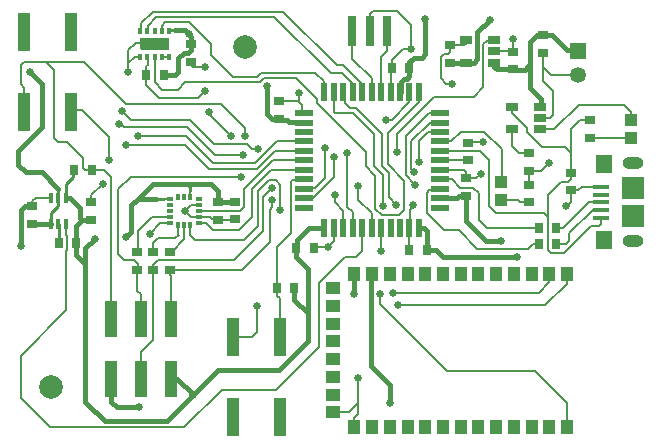
<source format=gtl>
G04*
G04 #@! TF.GenerationSoftware,Altium Limited,Altium Designer,19.1.5 (86)*
G04*
G04 Layer_Physical_Order=1*
G04 Layer_Color=255*
%FSLAX44Y44*%
%MOMM*%
G71*
G01*
G75*
%ADD10C,0.2540*%
%ADD13C,0.3810*%
%ADD18R,0.8000X2.6000*%
%ADD19R,0.4000X0.6000*%
%ADD20R,2.4130X0.8800*%
%ADD21R,0.7000X0.9000*%
%ADD22R,0.9000X0.7000*%
%ADD23R,0.3000X0.6000*%
%ADD24R,0.6000X0.3000*%
%ADD25R,1.0000X3.1500*%
%ADD26R,1.0000X0.7000*%
%ADD27R,1.3000X1.0000*%
%ADD28R,1.0000X1.3000*%
%ADD29R,0.3500X0.8500*%
%ADD30R,1.0000X3.2000*%
G04:AMPARAMS|DCode=31|XSize=0.95mm|YSize=0.95mm|CornerRadius=0mm|HoleSize=0mm|Usage=FLASHONLY|Rotation=90.000|XOffset=0mm|YOffset=0mm|HoleType=Round|Shape=RoundedRectangle|*
%AMROUNDEDRECTD31*
21,1,0.9500,0.9500,0,0,90.0*
21,1,0.9500,0.9500,0,0,90.0*
1,1,0.0000,0.4750,0.4750*
1,1,0.0000,0.4750,-0.4750*
1,1,0.0000,-0.4750,-0.4750*
1,1,0.0000,-0.4750,0.4750*
%
%ADD31ROUNDEDRECTD31*%
%ADD32R,1.5000X0.6000*%
%ADD33R,0.6000X1.5000*%
%ADD34R,1.1000X0.6500*%
%ADD35R,1.9000X1.9000*%
%ADD36R,1.4000X1.6000*%
%ADD37R,1.3500X0.4000*%
%ADD62C,0.2032*%
%ADD63C,2.0015*%
%ADD64C,1.3500*%
%ADD65R,1.3500X1.3500*%
%ADD66O,1.8000X1.0000*%
%ADD67C,0.6350*%
G36*
X139316Y-38758D02*
X117016D01*
X114816Y-36958D01*
Y-28158D01*
X139316D01*
Y-38758D01*
D02*
G37*
D10*
X139700Y-22098D02*
X145034D01*
X155194Y-152066D02*
X157480Y-154352D01*
Y-158242D02*
Y-154352D01*
X128270Y-164846D02*
X135636D01*
X58674Y-146050D02*
Y-140582D01*
X59048Y-140208D01*
X52728Y-151996D02*
X58674Y-146050D01*
X52474Y-151996D02*
X52728D01*
X52474Y-163752D02*
Y-151996D01*
X45974Y-163752D02*
Y-156210D01*
X39375Y-185653D02*
X39474Y-185752D01*
X39370Y-185648D02*
X39375Y-185653D01*
X45720Y-170434D02*
Y-164006D01*
X45974Y-163752D01*
X39370Y-176784D02*
X45720Y-170434D01*
X39370Y-185648D02*
Y-176784D01*
X45974Y-185752D02*
X46034Y-185812D01*
Y-202124D02*
Y-185812D01*
Y-202124D02*
X46094Y-202184D01*
D13*
X156031Y-25146D02*
X156718D01*
X145034Y-22098D02*
X152983D01*
X156031Y-25146D01*
X158496Y-33528D02*
X158750Y-33782D01*
X157988Y-34290D02*
X158242Y-34544D01*
X343034Y-60572D02*
Y-53848D01*
X340717Y-62889D02*
X343034Y-60572D01*
X346590Y-45212D02*
X353676D01*
X356616Y-42272D01*
X343034Y-48768D02*
X346590Y-45212D01*
X343034Y-53848D02*
Y-48768D01*
X338414Y-62889D02*
X340717D01*
X335725Y-65578D02*
X338414Y-62889D01*
X335725Y-74005D02*
Y-65578D01*
X222758Y-93218D02*
Y-69088D01*
Y-93218D02*
X226568Y-97028D01*
X335150Y-74580D02*
X335725Y-74005D01*
X155194Y-152066D02*
X175180D01*
X181102Y-157988D01*
X125770Y-152066D02*
X155194D01*
X107696Y-189381D02*
Y-176664D01*
X107569Y-189508D02*
X107696Y-189381D01*
X107569Y-192480D02*
Y-189508D01*
X103378Y-196671D02*
X107569Y-192480D01*
X107562Y-176530D02*
X107696Y-176664D01*
X107562Y-176530D02*
Y-170274D01*
X103378Y-197358D02*
Y-196671D01*
X107562Y-170274D02*
X113010Y-164826D01*
X125770Y-152066D01*
X113010Y-164826D02*
X113030Y-164846D01*
X128270D01*
X85090Y-352552D02*
X137922D01*
X68834Y-336296D02*
X85090Y-352552D01*
X68834Y-336296D02*
Y-220218D01*
X137922Y-352552D02*
X159512Y-330962D01*
X146229Y-316992D02*
X159512Y-330275D01*
X141628Y-316992D02*
X146229D01*
X159512Y-330962D02*
Y-330275D01*
X141478Y-316842D02*
X141628Y-316992D01*
X159512Y-330962D02*
X180848Y-309626D01*
X400227Y-46559D02*
Y-23699D01*
X410972Y-12954D01*
X397408Y-49378D02*
X400227Y-46559D01*
X391036Y-49378D02*
X397408D01*
X391020Y-49394D02*
X391036Y-49378D01*
X377460Y-49394D02*
X391020D01*
X377444Y-49410D02*
X377460Y-49394D01*
X445008Y-51435D02*
Y-32004D01*
Y-70866D02*
Y-51435D01*
X444627D02*
X445008D01*
X440690Y-55372D02*
X444627Y-51435D01*
X431412Y-55372D02*
X440690D01*
X431038Y-54998D02*
X431412Y-55372D01*
X415036Y-52766D02*
X417268Y-54998D01*
X431038D01*
X415036Y-52766D02*
Y-49378D01*
X414934Y-49276D02*
X415036Y-49378D01*
X445008Y-32004D02*
X451358Y-25654D01*
X456064D01*
X445008Y-70866D02*
X454152Y-80010D01*
X135262Y-59944D02*
X144780D01*
X147574Y-57150D01*
Y-45777D01*
X152260Y-41091D01*
X156010D01*
X158242Y-38859D01*
Y-34544D01*
X157988Y-34290D02*
X158496Y-33782D01*
X356616Y-42272D02*
Y-12700D01*
X310642Y-305943D02*
X326898Y-322199D01*
X158242Y-33528D02*
Y-27357D01*
Y-33528D02*
X158496Y-33782D01*
X90678Y-336296D02*
X95504Y-341122D01*
X114554D01*
X90678Y-336296D02*
Y-316842D01*
X181102Y-167252D02*
Y-157988D01*
X194945Y-167125D02*
X195072Y-166998D01*
X181229Y-167125D02*
X194945D01*
X181102Y-167252D02*
X181229Y-167125D01*
X371602Y-213868D02*
X434340D01*
X366014Y-208280D02*
X371602Y-213868D01*
X257302Y-284707D02*
Y-261620D01*
X232383Y-309626D02*
X257302Y-284707D01*
X180848Y-309626D02*
X232383D01*
X310642Y-305943D02*
Y-228804D01*
X311560Y-227886D01*
X246888Y-213868D02*
Y-206622D01*
X247262Y-206248D01*
X246888Y-213868D02*
X257302Y-224282D01*
Y-261620D02*
Y-224282D01*
X245618Y-249936D02*
Y-240164D01*
X245752Y-240030D01*
X245618Y-249936D02*
X257302Y-261620D01*
X326898Y-337312D02*
Y-322199D01*
X476758Y-38608D02*
X484566D01*
X463804Y-25654D02*
X476758Y-38608D01*
X484566D02*
X485648Y-39690D01*
X456812Y-25654D02*
X463804D01*
X456438Y-26028D02*
X456812Y-25654D01*
X454152Y-86763D02*
Y-80010D01*
X454004Y-86911D02*
X454152Y-86763D01*
X456064Y-25654D02*
X456438Y-26028D01*
X296560Y-245476D02*
Y-227886D01*
X248158Y-199390D02*
X257968Y-189580D01*
X271150D01*
X248158Y-205352D02*
Y-199390D01*
X247262Y-206248D02*
X248158Y-205352D01*
X68834Y-220218D02*
Y-206502D01*
X76962Y-198374D01*
X61094Y-212478D02*
X68834Y-220218D01*
X61094Y-212478D02*
Y-202184D01*
X17660Y-170554D02*
X23622D01*
X14478Y-173736D02*
X17660Y-170554D01*
X14478Y-204216D02*
Y-173736D01*
X52629Y-164084D02*
X56134D01*
X52474Y-163929D02*
X52629Y-164084D01*
X52474Y-163929D02*
Y-163752D01*
X56134Y-164084D02*
X60198Y-168148D01*
Y-168402D02*
Y-168148D01*
Y-168402D02*
X64461Y-172665D01*
Y-180793D02*
Y-172665D01*
Y-180793D02*
X66040Y-182372D01*
X73272D01*
X73406Y-182506D01*
X61094Y-187318D02*
X66040Y-182372D01*
X61094Y-202184D02*
Y-187318D01*
X11684Y-135636D02*
Y-124460D01*
Y-135636D02*
X18288Y-142240D01*
X32004D01*
X45974Y-156210D01*
X23721Y-185653D02*
X39375D01*
X23622Y-185554D02*
X23721Y-185653D01*
X11684Y-124460D02*
X32258Y-103886D01*
Y-67564D01*
X22098Y-57404D02*
X32258Y-67564D01*
X241511Y-99525D02*
X253095D01*
X239522Y-97536D02*
X241511Y-99525D01*
X233546Y-97536D02*
X239522D01*
X226568Y-97028D02*
X232798D01*
X232918Y-96908D01*
X233546Y-97536D01*
X253095Y-99525D02*
X253650Y-100080D01*
X407670Y-200152D02*
X420878D01*
X358020Y-208280D02*
X366014D01*
X351500Y-189230D02*
X355600D01*
X351150Y-189580D02*
X351500Y-189230D01*
X355600D02*
X358020Y-191650D01*
Y-208280D02*
Y-191650D01*
X391160Y-183642D02*
X407670Y-200152D01*
X391160Y-183642D02*
Y-162320D01*
X383290Y-164080D02*
X384810Y-162560D01*
X368650Y-164080D02*
X383290D01*
X384810Y-162560D02*
X390920D01*
X391160Y-162320D01*
D18*
X294372Y-22606D02*
D03*
X309372D02*
D03*
X324372D02*
D03*
D19*
X115316Y-44458D02*
D03*
X121316D02*
D03*
X127316D02*
D03*
X133316D02*
D03*
X139316D02*
D03*
Y-22458D02*
D03*
X133316D02*
D03*
X127316D02*
D03*
X121316D02*
D03*
X115316D02*
D03*
D20*
X127000Y-32512D02*
D03*
D21*
X135262Y-59944D02*
D03*
X120262D02*
D03*
X59048Y-140208D02*
D03*
X74048D02*
D03*
X245752Y-240030D02*
D03*
X230752D02*
D03*
X467494Y-189230D02*
D03*
X452494D02*
D03*
X467494Y-202692D02*
D03*
X452494D02*
D03*
X262262Y-206248D02*
D03*
X247262D02*
D03*
X46094Y-202184D02*
D03*
X61094D02*
D03*
X343034Y-53848D02*
D03*
X328034D02*
D03*
X358020Y-208280D02*
D03*
X343020D02*
D03*
D22*
X112776Y-224670D02*
D03*
Y-209670D02*
D03*
X495808Y-97910D02*
D03*
Y-112910D02*
D03*
X444500Y-126104D02*
D03*
Y-141104D02*
D03*
X126238Y-209670D02*
D03*
Y-224670D02*
D03*
X140716Y-209670D02*
D03*
Y-224670D02*
D03*
X444246Y-167520D02*
D03*
Y-152520D02*
D03*
X377444Y-49410D02*
D03*
Y-34410D02*
D03*
X431038Y-54998D02*
D03*
Y-39998D02*
D03*
X232918Y-81908D02*
D03*
Y-96908D02*
D03*
X158496Y-48782D02*
D03*
Y-33782D02*
D03*
X195072Y-181998D02*
D03*
Y-166998D02*
D03*
X181102Y-182252D02*
D03*
Y-167252D02*
D03*
X23622Y-170554D02*
D03*
Y-185554D02*
D03*
X73406Y-167506D02*
D03*
Y-182506D02*
D03*
X391160Y-162320D02*
D03*
Y-147320D02*
D03*
X480060Y-142360D02*
D03*
Y-157360D02*
D03*
X456438Y-26028D02*
D03*
Y-41028D02*
D03*
X392430Y-116960D02*
D03*
Y-131960D02*
D03*
D23*
X147592Y-162926D02*
D03*
X152592D02*
D03*
X157592D02*
D03*
Y-186926D02*
D03*
X152592D02*
D03*
X147592D02*
D03*
D24*
X164592Y-164926D02*
D03*
Y-169926D02*
D03*
Y-174926D02*
D03*
Y-179926D02*
D03*
Y-184926D02*
D03*
X140592D02*
D03*
Y-179926D02*
D03*
Y-174926D02*
D03*
Y-169926D02*
D03*
Y-164926D02*
D03*
D25*
X116078Y-316842D02*
D03*
Y-266342D02*
D03*
X141478Y-316842D02*
D03*
Y-266342D02*
D03*
X90678Y-316842D02*
D03*
Y-266342D02*
D03*
D26*
X391036Y-49378D02*
D03*
Y-30378D02*
D03*
X415036Y-49378D02*
D03*
Y-39878D02*
D03*
Y-30378D02*
D03*
D27*
X278560Y-285386D02*
D03*
Y-240386D02*
D03*
Y-255386D02*
D03*
Y-270386D02*
D03*
Y-300386D02*
D03*
Y-315386D02*
D03*
Y-330386D02*
D03*
Y-345386D02*
D03*
D28*
X296560Y-357886D02*
D03*
X311560D02*
D03*
X326560D02*
D03*
X341560D02*
D03*
X356560D02*
D03*
X371560D02*
D03*
X386560D02*
D03*
X401560D02*
D03*
X416560D02*
D03*
X431560D02*
D03*
X446560D02*
D03*
X461560D02*
D03*
X476560D02*
D03*
Y-227886D02*
D03*
X461560D02*
D03*
X446560D02*
D03*
X431560D02*
D03*
X416560D02*
D03*
X401560D02*
D03*
X386560D02*
D03*
X371560D02*
D03*
X356560D02*
D03*
X341560D02*
D03*
X326560D02*
D03*
X311560D02*
D03*
X296560D02*
D03*
D29*
X52474Y-163752D02*
D03*
X45974D02*
D03*
X39474D02*
D03*
X52474Y-185752D02*
D03*
X45974D02*
D03*
X39474D02*
D03*
D30*
X193360Y-281722D02*
D03*
X233360D02*
D03*
X193360Y-349722D02*
D03*
X233360D02*
D03*
X16576Y-23404D02*
D03*
X56576D02*
D03*
X16576Y-91404D02*
D03*
X56576D02*
D03*
D31*
X420878Y-150234D02*
D03*
Y-165234D02*
D03*
X530860Y-113164D02*
D03*
Y-98164D02*
D03*
D32*
X368650Y-172080D02*
D03*
Y-164080D02*
D03*
Y-156080D02*
D03*
Y-148080D02*
D03*
Y-140080D02*
D03*
Y-132080D02*
D03*
Y-124080D02*
D03*
Y-116080D02*
D03*
Y-108080D02*
D03*
Y-100080D02*
D03*
Y-92080D02*
D03*
X253650D02*
D03*
Y-100080D02*
D03*
Y-108080D02*
D03*
Y-116080D02*
D03*
Y-124080D02*
D03*
Y-132080D02*
D03*
Y-140080D02*
D03*
Y-148080D02*
D03*
Y-156080D02*
D03*
Y-164080D02*
D03*
Y-172080D02*
D03*
D33*
X351150Y-74580D02*
D03*
X343150D02*
D03*
X335150D02*
D03*
X327150D02*
D03*
X319150D02*
D03*
X311150D02*
D03*
X303150D02*
D03*
X295150D02*
D03*
X287150D02*
D03*
X279150D02*
D03*
X271150D02*
D03*
Y-189580D02*
D03*
X279150D02*
D03*
X287150D02*
D03*
X295150D02*
D03*
X303150D02*
D03*
X311150D02*
D03*
X319150D02*
D03*
X327150D02*
D03*
X335150D02*
D03*
X343150D02*
D03*
X351150D02*
D03*
D34*
X454004Y-105911D02*
D03*
Y-96411D02*
D03*
Y-86911D02*
D03*
X430004D02*
D03*
Y-105911D02*
D03*
D35*
X532210Y-155490D02*
D03*
Y-179490D02*
D03*
D36*
X507710Y-135490D02*
D03*
Y-199490D02*
D03*
D37*
X505460Y-154490D02*
D03*
Y-160990D02*
D03*
Y-167490D02*
D03*
Y-173990D02*
D03*
Y-180490D02*
D03*
D62*
X327152Y-74930D02*
Y-54730D01*
X110398Y-44352D02*
X115446D01*
X332994Y-5842D02*
X344424Y-17272D01*
X311912Y-5842D02*
X332994D01*
X309372Y-8382D02*
X311912Y-5842D01*
X319150Y-44860D02*
X324372Y-39638D01*
X319150Y-74580D02*
Y-44860D01*
X324372Y-39638D02*
Y-22606D01*
X326898Y-75184D02*
X327150Y-74932D01*
X309372Y-22606D02*
Y-8382D01*
X294372Y-45960D02*
X311150Y-62738D01*
X294372Y-45960D02*
Y-22606D01*
X111306Y-32512D02*
X127000D01*
X105156Y-38662D02*
X111306Y-32512D01*
X105156Y-49594D02*
Y-38662D01*
X133446Y-44352D02*
X139446D01*
X105156Y-49594D02*
X110398Y-44352D01*
X105156Y-57404D02*
Y-49594D01*
X121446Y-51528D02*
Y-44352D01*
X120396Y-52578D02*
X121446Y-51528D01*
X127446Y-65978D02*
X133721Y-72253D01*
X127446Y-65978D02*
Y-44352D01*
X115750Y-22048D02*
Y-16017D01*
X128524Y-10922D02*
Y-10668D01*
X121412Y-18034D02*
X128524Y-10922D01*
X121412Y-22318D02*
Y-18034D01*
X133604Y-22194D02*
Y-18034D01*
X136398Y-15240D01*
X156331D01*
X344424Y-37592D02*
Y-17272D01*
X328168Y-47498D02*
X338074Y-37592D01*
X344424D01*
X214426Y-61170D02*
X217811Y-57785D01*
X193574Y-61170D02*
X214426D01*
X174997Y-42593D02*
X193574Y-61170D01*
X174997Y-42593D02*
Y-33906D01*
X263017Y-57785D02*
X270510Y-65278D01*
X217811Y-57785D02*
X263017D01*
X153440Y-65742D02*
X216320D01*
X146929Y-72253D02*
X153440Y-65742D01*
X216320D02*
X219705Y-62357D01*
X246882D02*
X264594Y-80069D01*
X219705Y-62357D02*
X246882D01*
X228854Y-10668D02*
X276352Y-58166D01*
X128524Y-10668D02*
X228854D01*
X236474Y-6096D02*
X281813Y-51435D01*
X125671Y-6096D02*
X236474D01*
X115750Y-16017D02*
X125671Y-6096D01*
X156331Y-15240D02*
X174997Y-33906D01*
X328168Y-97790D02*
X343154Y-82804D01*
X323342Y-97790D02*
X328168D01*
X343154Y-82804D02*
Y-74584D01*
X343150Y-74580D02*
X343154Y-74584D01*
X324612Y-135365D02*
Y-109220D01*
X351028Y-82804D01*
X332486Y-109474D02*
X363606Y-78354D01*
X397642D01*
X332486Y-125222D02*
Y-109474D01*
X351028Y-82804D02*
Y-74702D01*
X351150Y-74580D01*
X178816Y-127762D02*
X202184D01*
X176657Y-134493D02*
X212338D01*
X173101Y-139065D02*
X214232D01*
X107575Y-145796D02*
X200152D01*
X279146Y-146113D02*
Y-129032D01*
X209925Y-122174D02*
X215138D01*
X271526Y-146812D02*
Y-121920D01*
X203962Y-111252D02*
Y-104648D01*
X183515Y-84201D02*
X203962Y-104648D01*
X170440Y-84201D02*
X183515D01*
X170385Y-84256D02*
X170440Y-84201D01*
X205988Y-118237D02*
X209925Y-122174D01*
X177419Y-118237D02*
X205988D01*
X156972Y-97790D02*
X177419Y-118237D01*
X249682Y-81012D02*
Y-74676D01*
X369570Y-44614D02*
X372424Y-41761D01*
X369570Y-62738D02*
Y-44614D01*
X377444Y-40386D02*
Y-34410D01*
X376069Y-41761D02*
X377444Y-40386D01*
X372424Y-41761D02*
X376069D01*
X369570Y-62738D02*
X374142Y-67310D01*
X379222D01*
X96647Y-156724D02*
X107575Y-145796D01*
X132334Y-185166D02*
X140352D01*
X140592Y-184926D01*
X123444Y-194056D02*
X132334Y-185166D01*
X130048Y-198120D02*
X145034D01*
X126238Y-201930D02*
X130048Y-198120D01*
X145034D02*
X147654Y-195500D01*
X126238Y-209670D02*
Y-201930D01*
X113030Y-209416D02*
Y-191770D01*
X124874Y-179926D01*
X199274Y-174926D02*
X199544Y-175196D01*
X164592Y-174926D02*
X199274D01*
X152908Y-175006D02*
X157828Y-179926D01*
X164592D01*
X174084D01*
X164592Y-184926D02*
X171106D01*
X157592Y-195184D02*
Y-186926D01*
X152592Y-198670D02*
X152654Y-198732D01*
X152592Y-198670D02*
Y-186926D01*
X147592Y-195438D02*
X147654Y-195500D01*
X147592Y-195438D02*
Y-186926D01*
X124874Y-179926D02*
X140592D01*
X152908Y-175006D02*
X157988Y-169926D01*
X164592D01*
X157480Y-162814D02*
Y-158242D01*
Y-162814D02*
X157592Y-162926D01*
X135636Y-164846D02*
X140512D01*
X140592Y-164926D01*
X452240Y-188976D02*
X452494Y-189230D01*
X452240Y-188976D02*
Y-188976D01*
X440676D02*
X452240D01*
X408432D02*
X440676D01*
X152527Y-358013D02*
X184150Y-326390D01*
X38481Y-358013D02*
X152527D01*
X13970Y-333502D02*
X38481Y-358013D01*
X467240Y-202692D02*
X475742D01*
X467748Y-202438D02*
X467748Y-202438D01*
X466986Y-189230D02*
X467240Y-188976D01*
X116078Y-266342D02*
Y-245618D01*
X141478Y-266342D02*
Y-230124D01*
X460184Y-208306D02*
Y-179768D01*
Y-208306D02*
X462626Y-210748D01*
X478282Y-193889D02*
X498181Y-173990D01*
X478282Y-200152D02*
Y-193889D01*
X472948Y-188976D02*
X494180Y-167744D01*
X467240Y-188976D02*
X472948D01*
X467240Y-188976D02*
X467240Y-188976D01*
X494180Y-167744D02*
Y-167490D01*
X462626Y-210748D02*
X474152D01*
X498181Y-173990D02*
X505460D01*
X496966Y-187934D02*
X503454D01*
X505460Y-185928D02*
Y-180490D01*
X474152Y-210748D02*
X496966Y-187934D01*
X503454D02*
X505460Y-185928D01*
X401828Y-182372D02*
X408432Y-188976D01*
X530606Y-112910D02*
X530860Y-113164D01*
X495808Y-112910D02*
X530606D01*
X495674Y-98044D02*
X495808Y-97910D01*
X487426Y-98044D02*
X495674D01*
X397642Y-78354D02*
X405688Y-70308D01*
Y-33478D01*
X408432Y-30734D01*
X414680D01*
X415036Y-30378D01*
X377444Y-34410D02*
X377444Y-34410D01*
X377578Y-34544D02*
X389716D01*
X390906Y-33354D01*
Y-30508D01*
X377444Y-34410D02*
X377578Y-34544D01*
X390906Y-30508D02*
X391036Y-30378D01*
X430918Y-39878D02*
X431038Y-39998D01*
X430784Y-39744D02*
X430918Y-39878D01*
X430784Y-39744D02*
Y-28956D01*
X415036Y-39878D02*
X430918D01*
X96647Y-211709D02*
Y-156724D01*
X90678Y-266342D02*
Y-146050D01*
X107188Y-97790D02*
X156972D01*
X154686Y-103632D02*
X178816Y-127762D01*
X101213Y-103632D02*
X154686D01*
X212338Y-134493D02*
X230751Y-116080D01*
X153670Y-111506D02*
X176657Y-134493D01*
X113030Y-111506D02*
X153670D01*
X152908Y-118872D02*
X173101Y-139065D01*
X103124Y-118872D02*
X152908D01*
X214232Y-139065D02*
X229217Y-124080D01*
X103173Y-84256D02*
X170385D01*
X173228Y-92964D02*
Y-90932D01*
Y-92964D02*
X191770Y-111506D01*
X98927Y-101346D02*
X101213Y-103632D01*
X264594Y-83194D02*
Y-80069D01*
X328168Y-53714D02*
Y-47498D01*
X328034Y-53848D02*
X328168Y-53714D01*
X327150Y-74932D02*
X327152Y-74930D01*
Y-54730D02*
X328034Y-53848D01*
X327150Y-74932D02*
Y-74580D01*
X311150D02*
Y-62738D01*
X295910Y-357236D02*
X296560Y-357886D01*
X295910Y-357236D02*
Y-350012D01*
X299212Y-346710D01*
Y-337820D01*
X292100Y-344932D02*
X299212Y-337820D01*
X158750Y-51896D02*
Y-49036D01*
Y-51896D02*
X159940Y-53086D01*
X170434D01*
X158496Y-48782D02*
X158750Y-49036D01*
X131318Y-79684D02*
X164156D01*
X120262Y-68628D02*
X131318Y-79684D01*
X120262Y-68628D02*
Y-59944D01*
X120396Y-59810D02*
Y-52578D01*
X120262Y-59944D02*
X120396Y-59810D01*
X133721Y-72253D02*
X146929D01*
X281813Y-51435D02*
X287175D01*
X303150Y-67410D01*
Y-74580D02*
Y-67410D01*
X276352Y-58166D02*
X285906D01*
X295148Y-67408D01*
Y-74578D02*
Y-67408D01*
Y-74578D02*
X295150Y-74580D01*
X100076Y-90678D02*
X107188Y-97790D01*
X140462Y-229108D02*
Y-224924D01*
X140716Y-224670D01*
X140462Y-229108D02*
X141478Y-230124D01*
X130488Y-216476D02*
X195004D01*
X219456Y-192024D01*
X126238Y-220726D02*
X130488Y-216476D01*
X126238Y-284480D02*
Y-224670D01*
X96647Y-211709D02*
X101410Y-216472D01*
X109792D01*
X113030Y-219710D01*
Y-222186D02*
Y-219710D01*
X111265Y-223159D02*
X112057D01*
X113030Y-222186D01*
X111265Y-223159D02*
X112776Y-224670D01*
Y-242316D02*
X116078Y-245618D01*
X112776Y-242316D02*
Y-224670D01*
X201288Y-224670D02*
X224663Y-201295D01*
X140716Y-224670D02*
X201288D01*
X126238D02*
Y-220726D01*
X161798Y-199390D02*
X203454D01*
X157592Y-195184D02*
X161798Y-199390D01*
X141716Y-209670D02*
X152654Y-198732D01*
X140716Y-209670D02*
X141716D01*
X112776Y-209670D02*
X113030Y-209416D01*
X84836Y-140208D02*
X90678Y-146050D01*
X74048Y-140208D02*
X84836D01*
X176276Y-182118D02*
X180968D01*
X181102Y-182252D01*
X174084Y-179926D02*
X176276Y-182118D01*
X171106Y-184926D02*
X176934Y-190754D01*
X198986D01*
X181102Y-182252D02*
X194818D01*
X195072Y-181998D01*
X198986Y-190754D02*
X210058Y-179682D01*
Y-156227D01*
X214884Y-157867D02*
X224288Y-148463D01*
X214884Y-187960D02*
Y-157867D01*
X203454Y-156365D02*
X227739Y-132080D01*
X253650D01*
X203454Y-171286D02*
Y-156365D01*
X224288Y-148463D02*
X229864D01*
X219456Y-162814D02*
X227076Y-155194D01*
X219456Y-192024D02*
Y-162814D01*
X229864Y-148463D02*
X233934Y-152533D01*
X203454Y-199390D02*
X214884Y-187960D01*
X199544Y-175196D02*
X203454Y-171286D01*
X227076Y-171958D02*
Y-165862D01*
X233934Y-173736D02*
Y-152533D01*
X224663Y-174371D02*
X227076Y-171958D01*
X224663Y-201295D02*
Y-174371D01*
X400431Y-206883D02*
X443611D01*
X384810Y-191262D02*
X400431Y-206883D01*
X443611D02*
X447802Y-202692D01*
X372303Y-191262D02*
X384810D01*
X357594Y-176553D02*
X372303Y-191262D01*
X447802Y-202692D02*
X452240D01*
X214122Y-277114D02*
Y-255016D01*
X209514Y-281722D02*
X214122Y-277114D01*
X193360Y-281722D02*
X209514D01*
X231140Y-246634D02*
X233360Y-248854D01*
Y-281722D02*
Y-248854D01*
X184150Y-326390D02*
X230469D01*
X266446Y-290413D01*
X230752Y-205112D02*
X242570Y-193294D01*
X230752Y-240030D02*
Y-205112D01*
X231140Y-246634D02*
Y-240418D01*
X230752Y-240030D02*
X231140Y-240418D01*
X266446Y-235971D02*
X288549Y-213868D01*
X266446Y-290413D02*
Y-235971D01*
X456438Y-53040D02*
Y-41028D01*
Y-65051D02*
Y-53040D01*
X463088Y-59690D01*
X485648D01*
X456438Y-65051D02*
X464929Y-73542D01*
Y-93363D02*
Y-73542D01*
X461881Y-96411D02*
X464929Y-93363D01*
X454004Y-96411D02*
X461881D01*
X359278Y-92080D02*
X368650D01*
X339979Y-111379D02*
X359278Y-92080D01*
X339979Y-144266D02*
Y-111379D01*
X360168Y-100080D02*
X368650D01*
X344551Y-115697D02*
X360168Y-100080D01*
X344551Y-139319D02*
Y-115697D01*
X358634Y-108080D02*
X368650D01*
X351282Y-115432D02*
X358634Y-108080D01*
X351282Y-133096D02*
Y-115432D01*
X344551Y-139319D02*
X346964Y-141732D01*
X290322Y-171196D02*
X295150Y-176024D01*
X290322Y-171196D02*
Y-125984D01*
X295150Y-189580D02*
Y-176024D01*
X299974Y-165337D02*
X311150Y-176513D01*
X299974Y-165337D02*
Y-153924D01*
X306197Y-137033D02*
X314325Y-145161D01*
X306197Y-137033D02*
Y-124797D01*
X264594Y-83194D02*
X306197Y-124797D01*
X279950Y-91948D02*
X295656D01*
X279150Y-91148D02*
X279950Y-91948D01*
X279150Y-91148D02*
Y-74580D01*
X314325Y-173222D02*
Y-145161D01*
X313075Y-136759D02*
X321056Y-144740D01*
X313075Y-136759D02*
Y-109367D01*
X320040Y-137259D02*
Y-109866D01*
Y-137259D02*
X325628Y-142847D01*
X324612Y-135365D02*
X338709Y-149462D01*
X295656Y-91948D02*
X313075Y-109367D01*
X297550Y-87376D02*
X320040Y-109866D01*
X292776Y-87376D02*
X297550D01*
X288848Y-83448D02*
X292776Y-87376D01*
X288848Y-83448D02*
Y-76278D01*
X287150Y-74580D02*
X288848Y-76278D01*
X321056Y-170434D02*
Y-144740D01*
X325628Y-163322D02*
Y-142847D01*
Y-163322D02*
X331978Y-169672D01*
X314325Y-173222D02*
X319538Y-178435D01*
X311150Y-189580D02*
Y-176513D01*
X319538Y-178435D02*
X334258D01*
X416306Y-176530D02*
X456946D01*
X410464Y-170688D02*
Y-131826D01*
Y-170688D02*
X416306Y-176530D01*
X402718Y-124080D02*
X410464Y-131826D01*
X368650Y-124080D02*
X402718D01*
X437134Y-167640D02*
X444126D01*
X444246Y-167520D01*
X434728Y-165234D02*
X437134Y-167640D01*
X420878Y-165234D02*
X434728D01*
X430022Y-119888D02*
X436238Y-126104D01*
X444500D01*
Y-141104D02*
X454526D01*
X444246Y-152520D02*
X444500Y-152266D01*
Y-141104D01*
X454004Y-105911D02*
X465843D01*
X442747Y-108433D02*
X455472Y-121158D01*
X442747Y-108433D02*
Y-104673D01*
X430022Y-91948D02*
X442747Y-104673D01*
X430022Y-91948D02*
Y-86929D01*
X430004Y-86911D02*
X430022Y-86929D01*
Y-119888D02*
Y-105929D01*
X430004Y-105911D02*
X430022Y-105929D01*
X339979Y-144266D02*
X348234Y-152521D01*
X67685Y-48768D02*
X103173Y-84256D01*
X35306Y-48768D02*
X67685D01*
X41910Y-112776D02*
X42164Y-112522D01*
Y-55626D01*
X35306Y-48768D02*
X42164Y-55626D01*
X16510Y-48768D02*
X35306D01*
X13970Y-51308D02*
X16510Y-48768D01*
X164156Y-79684D02*
X170434Y-73406D01*
X97028Y-101346D02*
X98927D01*
X210058Y-156227D02*
X226205Y-140080D01*
X253650D01*
X348234Y-152908D02*
Y-152521D01*
X338709Y-173984D02*
Y-149462D01*
X480060Y-105410D02*
X487426Y-98044D01*
X486664Y-85090D02*
X524510D01*
X465843Y-105911D02*
X486664Y-85090D01*
X233360Y-281722D02*
X233746Y-281336D01*
X375158Y-310388D02*
X449834D01*
X318262Y-253492D02*
X375158Y-310388D01*
X318262Y-253492D02*
Y-245110D01*
X279150Y-200656D02*
Y-189580D01*
X274574Y-205232D02*
X279150Y-200656D01*
X263278Y-205232D02*
X274574D01*
X262262Y-206248D02*
X263278Y-205232D01*
X288549Y-213868D02*
X297768D01*
X299212Y-337820D02*
Y-316484D01*
X279014Y-344932D02*
X292100D01*
X278560Y-345386D02*
X279014Y-344932D01*
X68580Y-140208D02*
X74048D01*
X74048Y-140208D01*
X66802Y-138430D02*
X68580Y-140208D01*
X66802Y-138430D02*
Y-130107D01*
X88646Y-131826D02*
Y-112268D01*
X66040Y-89662D02*
X88646Y-112268D01*
X58318Y-89662D02*
X66040D01*
X56576Y-91404D02*
X58318Y-89662D01*
X53027Y-116332D02*
X66802Y-130107D01*
X45466Y-116332D02*
X53027D01*
X476250Y-236728D02*
Y-228196D01*
X476560Y-227886D01*
X458216Y-254762D02*
X476250Y-236728D01*
X333502Y-254762D02*
X458216D01*
X461518Y-235458D02*
Y-227928D01*
X461560Y-227886D01*
X452882Y-244094D02*
X461518Y-235458D01*
X328930Y-244094D02*
X452882D01*
X346456Y-170840D02*
Y-169672D01*
X334258Y-178435D02*
X338709Y-173984D01*
X279908Y-167386D02*
Y-161290D01*
Y-167386D02*
X287150Y-174628D01*
X343281Y-189449D02*
Y-174016D01*
X343150Y-189580D02*
X343281Y-189449D01*
Y-174016D02*
X346456Y-170840D01*
X287150Y-189580D02*
Y-174628D01*
X456438Y-41028D02*
X457438D01*
X530860Y-98164D02*
Y-91440D01*
X524510Y-85090D02*
X530860Y-91440D01*
X480060Y-125984D02*
Y-105410D01*
X454526Y-141104D02*
X461518Y-134112D01*
X242570Y-193294D02*
Y-150034D01*
X243760Y-148844D01*
X252886D01*
X253650Y-148080D01*
X319150Y-208406D02*
Y-189580D01*
X357594Y-176553D02*
Y-159607D01*
X359677Y-157524D01*
X367206D01*
X399796Y-147320D02*
X403352Y-143764D01*
X391160Y-147320D02*
X399796D01*
X401828Y-182372D02*
Y-159959D01*
X392310Y-132080D02*
X392430Y-131960D01*
X368650Y-132080D02*
X392310D01*
X73660Y-161798D02*
X83312Y-152146D01*
Y-151892D01*
X73660Y-167252D02*
Y-161798D01*
X73406Y-167506D02*
X73660Y-167252D01*
X13970Y-333502D02*
Y-297330D01*
X52474Y-258826D01*
Y-208833D01*
X53150Y-208157D02*
Y-196211D01*
X52474Y-208833D02*
X53150Y-208157D01*
X297768Y-213868D02*
X302768Y-208868D01*
X116078Y-294640D02*
X126238Y-284480D01*
X116078Y-316842D02*
Y-294640D01*
X23622Y-170554D02*
X23876Y-166624D01*
X26748Y-163752D01*
X41910Y-112776D02*
X45466Y-116332D01*
X52474Y-195535D02*
Y-185752D01*
Y-195535D02*
X53150Y-196211D01*
X26748Y-163752D02*
X39474D01*
X302768Y-208868D02*
Y-189962D01*
X303150Y-189580D01*
X449834Y-310388D02*
X476560Y-337114D01*
Y-357886D02*
Y-337114D01*
X13970Y-67818D02*
Y-51308D01*
Y-67818D02*
X16576Y-70424D01*
Y-91404D02*
Y-70424D01*
X261179Y-164080D02*
X279146Y-146113D01*
X262890Y-155448D02*
X271526Y-146812D01*
X254282Y-155448D02*
X262890D01*
X230751Y-116080D02*
X253650D01*
X229217Y-124080D02*
X253650D01*
Y-164080D02*
X261179D01*
X253650Y-156080D02*
X254282Y-155448D01*
X248786Y-81908D02*
X249682Y-81012D01*
X252476Y-90906D02*
X253650Y-92080D01*
X232918Y-81908D02*
X248786D01*
X252476Y-85598D01*
Y-90906D02*
Y-85598D01*
X270510Y-73940D02*
Y-65278D01*
Y-73940D02*
X271150Y-74580D01*
X343020Y-208280D02*
X343150Y-208150D01*
Y-189580D01*
X480060Y-142360D02*
Y-125984D01*
X479552D02*
X480060D01*
X474726Y-121158D02*
X479552Y-125984D01*
X455472Y-121158D02*
X474726D01*
X444500Y-126104D02*
X444500Y-126104D01*
X443738Y-167012D02*
X444246Y-167520D01*
X420878Y-150234D02*
X421132Y-149980D01*
Y-122815D01*
X406587Y-108271D02*
X421132Y-122815D01*
X386400Y-108271D02*
X406587D01*
X378591Y-116080D02*
X386400Y-108271D01*
X392430Y-116960D02*
X392550Y-116840D01*
X405638D01*
X460184Y-179768D02*
Y-161290D01*
X456946Y-176530D02*
X460184Y-179768D01*
X397133Y-155264D02*
X401828Y-159959D01*
X386075Y-155264D02*
X397133D01*
X480060Y-157360D02*
X480180Y-157480D01*
X486156D01*
X489146Y-154490D01*
X505460D01*
X460184Y-161290D02*
X471170Y-150304D01*
X477584D01*
X480060Y-147828D01*
Y-142360D01*
X480060Y-142360D02*
X480060Y-142360D01*
X476838Y-170434D02*
X480060Y-167212D01*
X475742Y-170434D02*
X476838D01*
X480060Y-167212D02*
Y-157360D01*
X494180Y-167490D02*
X505460D01*
X475742Y-202692D02*
X478282Y-200152D01*
X368650Y-116080D02*
X378591D01*
X378891Y-148080D02*
X386075Y-155264D01*
X368650Y-148080D02*
X378891D01*
X367206Y-157524D02*
X368650Y-156080D01*
X391160Y-147320D02*
Y-142240D01*
X389000Y-140080D02*
X391160Y-142240D01*
X368650Y-140080D02*
X389000D01*
X505010Y-154940D02*
X505460Y-154490D01*
D63*
X40000Y-324000D02*
D03*
X204000Y-36000D02*
D03*
D64*
X485648Y-59690D02*
D03*
D65*
Y-39690D02*
D03*
D66*
X532210Y-134490D02*
D03*
Y-200490D02*
D03*
D67*
X105156Y-57404D02*
D03*
X156718Y-25146D02*
D03*
X344424Y-37592D02*
D03*
X222758Y-69088D02*
D03*
X323342Y-97790D02*
D03*
X202184Y-127762D02*
D03*
X200152Y-145796D02*
D03*
X279146Y-129032D02*
D03*
X215138Y-122174D02*
D03*
X271526Y-121920D02*
D03*
X203962Y-111252D02*
D03*
X249682Y-74676D02*
D03*
X123444Y-194056D02*
D03*
X152908Y-175006D02*
D03*
X410972Y-12954D02*
D03*
X379222Y-67310D02*
D03*
X430784Y-28956D02*
D03*
X173228Y-90932D02*
D03*
X191770Y-111506D02*
D03*
X356616Y-12700D02*
D03*
X170434Y-53086D02*
D03*
X113030Y-111506D02*
D03*
X114554Y-341122D02*
D03*
X103378Y-197358D02*
D03*
X227076Y-165862D02*
D03*
X233934Y-173736D02*
D03*
X434340Y-213868D02*
D03*
X159512Y-330962D02*
D03*
X326898Y-337312D02*
D03*
X299974Y-153924D02*
D03*
X290322Y-125984D02*
D03*
X332486Y-125222D02*
D03*
X351282Y-133096D02*
D03*
X100076Y-90678D02*
D03*
X103124Y-118872D02*
D03*
X97028Y-101346D02*
D03*
X227076Y-155194D02*
D03*
X331978Y-169672D02*
D03*
X321056Y-170434D02*
D03*
X346964Y-141732D02*
D03*
X348234Y-152908D02*
D03*
X296560Y-245476D02*
D03*
X274574Y-205232D02*
D03*
X299212Y-316484D02*
D03*
X88646Y-131826D02*
D03*
X333502Y-254762D02*
D03*
X328930Y-244094D02*
D03*
X346456Y-169672D02*
D03*
X279908Y-161290D02*
D03*
X461518Y-134112D02*
D03*
X318262Y-245110D02*
D03*
X319150Y-208406D02*
D03*
X403352Y-143764D02*
D03*
X83312Y-151892D02*
D03*
X76962Y-198374D02*
D03*
X214122Y-255016D02*
D03*
X170434Y-73406D02*
D03*
X14478Y-204216D02*
D03*
X22098Y-57404D02*
D03*
X420878Y-200152D02*
D03*
X405638Y-116840D02*
D03*
X475742Y-170434D02*
D03*
M02*

</source>
